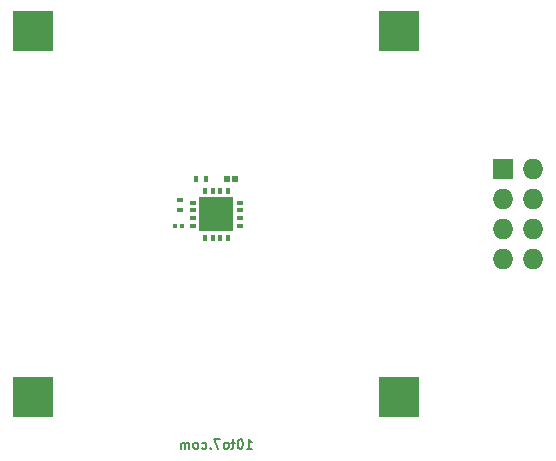
<source format=gbs>
%FSLAX34Y34*%
G04 Gerber Fmt 3.4, Leading zero omitted, Abs format*
G04 (created by PCBNEW (2014-03-19 BZR 4756)-product) date Sat 21 Jun 2014 18:27:49 BST*
%MOIN*%
G01*
G70*
G90*
G04 APERTURE LIST*
%ADD10C,0.005906*%
%ADD11C,0.007874*%
%ADD12R,0.023622X0.015748*%
%ADD13R,0.015748X0.023622*%
%ADD14R,0.118110X0.118110*%
%ADD15R,0.011800X0.015700*%
%ADD16R,0.015700X0.023600*%
%ADD17R,0.019685X0.019685*%
%ADD18R,0.068000X0.068000*%
%ADD19O,0.068000X0.068000*%
%ADD20R,0.023600X0.015700*%
%ADD21R,0.133900X0.133900*%
G04 APERTURE END LIST*
G54D10*
G54D11*
X63209Y-49945D02*
X63389Y-49945D01*
X63299Y-49945D02*
X63299Y-49630D01*
X63329Y-49675D01*
X63359Y-49705D01*
X63389Y-49720D01*
X63014Y-49630D02*
X62984Y-49630D01*
X62954Y-49645D01*
X62939Y-49660D01*
X62924Y-49690D01*
X62909Y-49750D01*
X62909Y-49825D01*
X62924Y-49885D01*
X62939Y-49915D01*
X62954Y-49930D01*
X62984Y-49945D01*
X63014Y-49945D01*
X63044Y-49930D01*
X63059Y-49915D01*
X63074Y-49885D01*
X63089Y-49825D01*
X63089Y-49750D01*
X63074Y-49690D01*
X63059Y-49660D01*
X63044Y-49645D01*
X63014Y-49630D01*
X62819Y-49735D02*
X62699Y-49735D01*
X62774Y-49630D02*
X62774Y-49900D01*
X62759Y-49930D01*
X62729Y-49945D01*
X62699Y-49945D01*
X62549Y-49945D02*
X62579Y-49930D01*
X62594Y-49915D01*
X62609Y-49885D01*
X62609Y-49795D01*
X62594Y-49765D01*
X62579Y-49750D01*
X62549Y-49735D01*
X62504Y-49735D01*
X62474Y-49750D01*
X62459Y-49765D01*
X62444Y-49795D01*
X62444Y-49885D01*
X62459Y-49915D01*
X62474Y-49930D01*
X62504Y-49945D01*
X62549Y-49945D01*
X62339Y-49630D02*
X62129Y-49630D01*
X62264Y-49945D01*
X62009Y-49915D02*
X61994Y-49930D01*
X62009Y-49945D01*
X62024Y-49930D01*
X62009Y-49915D01*
X62009Y-49945D01*
X61724Y-49930D02*
X61754Y-49945D01*
X61814Y-49945D01*
X61844Y-49930D01*
X61859Y-49915D01*
X61874Y-49885D01*
X61874Y-49795D01*
X61859Y-49765D01*
X61844Y-49750D01*
X61814Y-49735D01*
X61754Y-49735D01*
X61724Y-49750D01*
X61544Y-49945D02*
X61574Y-49930D01*
X61589Y-49915D01*
X61604Y-49885D01*
X61604Y-49795D01*
X61589Y-49765D01*
X61574Y-49750D01*
X61544Y-49735D01*
X61499Y-49735D01*
X61469Y-49750D01*
X61454Y-49765D01*
X61439Y-49795D01*
X61439Y-49885D01*
X61454Y-49915D01*
X61469Y-49930D01*
X61499Y-49945D01*
X61544Y-49945D01*
X61304Y-49945D02*
X61304Y-49735D01*
X61304Y-49765D02*
X61289Y-49750D01*
X61259Y-49735D01*
X61214Y-49735D01*
X61184Y-49750D01*
X61169Y-49780D01*
X61169Y-49945D01*
X61169Y-49780D02*
X61154Y-49750D01*
X61124Y-49735D01*
X61079Y-49735D01*
X61049Y-49750D01*
X61034Y-49780D01*
X61034Y-49945D01*
G54D12*
X61417Y-41742D03*
X61417Y-41998D03*
X61417Y-42253D03*
X61417Y-42509D03*
G54D13*
X61820Y-42913D03*
X62076Y-42913D03*
X62332Y-42913D03*
X62588Y-42913D03*
G54D12*
X62992Y-42509D03*
X62992Y-42253D03*
X62992Y-41998D03*
X62992Y-41742D03*
G54D13*
X62588Y-41338D03*
X62332Y-41338D03*
X62076Y-41338D03*
X61820Y-41338D03*
G54D14*
X62204Y-42125D03*
G54D15*
X60826Y-42519D03*
X61062Y-42519D03*
G54D16*
X61515Y-40944D03*
X61869Y-40944D03*
G54D17*
X62834Y-40944D03*
G54D10*
G36*
X62657Y-40846D02*
X62657Y-41043D01*
X62460Y-41043D01*
X62460Y-40846D01*
X62657Y-40846D01*
X62657Y-40846D01*
G37*
G54D18*
X71744Y-40625D03*
G54D19*
X72744Y-40625D03*
X71744Y-41625D03*
X72744Y-41625D03*
X71744Y-42625D03*
X72744Y-42625D03*
X71744Y-43625D03*
X72744Y-43625D03*
G54D20*
X61003Y-41988D03*
X61003Y-41634D03*
G54D21*
X56102Y-36023D03*
X68307Y-36023D03*
X68307Y-48228D03*
X56102Y-48228D03*
M02*

</source>
